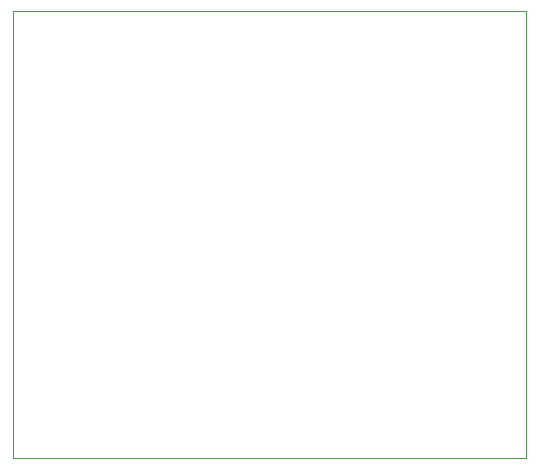
<source format=gm1>
G04 #@! TF.FileFunction,Profile,NP*
%FSLAX46Y46*%
G04 Gerber Fmt 4.6, Leading zero omitted, Abs format (unit mm)*
G04 Created by KiCad (PCBNEW 4.0.2-stable) date 21.04.2016 21:16:34*
%MOMM*%
G01*
G04 APERTURE LIST*
%ADD10C,0.100000*%
G04 APERTURE END LIST*
D10*
X119126000Y-116078000D02*
X119126000Y-78232000D01*
X162560000Y-116078000D02*
X119126000Y-116078000D01*
X162560000Y-78232000D02*
X162560000Y-116078000D01*
X119126000Y-78232000D02*
X162560000Y-78232000D01*
M02*

</source>
